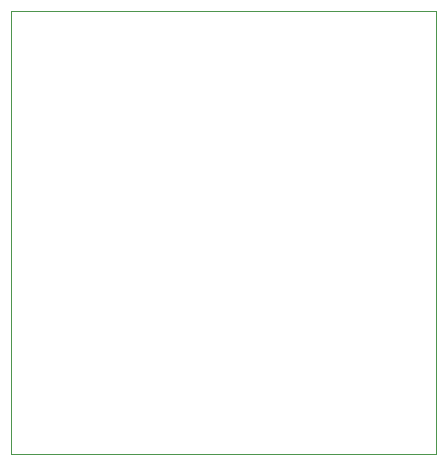
<source format=gm1>
%TF.GenerationSoftware,KiCad,Pcbnew,9.0.1*%
%TF.CreationDate,2025-04-29T19:20:25+09:00*%
%TF.ProjectId,ATtiny328P.kicad_pcb,41547469-6e79-4333-9238-502e6b696361,rev?*%
%TF.SameCoordinates,Original*%
%TF.FileFunction,Profile,NP*%
%FSLAX46Y46*%
G04 Gerber Fmt 4.6, Leading zero omitted, Abs format (unit mm)*
G04 Created by KiCad (PCBNEW 9.0.1) date 2025-04-29 19:20:25*
%MOMM*%
%LPD*%
G01*
G04 APERTURE LIST*
%TA.AperFunction,Profile*%
%ADD10C,0.050000*%
%TD*%
G04 APERTURE END LIST*
D10*
X124000000Y-62530000D02*
X160000000Y-62530000D01*
X160000000Y-100000000D01*
X124000000Y-100000000D01*
X124000000Y-62530000D01*
M02*

</source>
